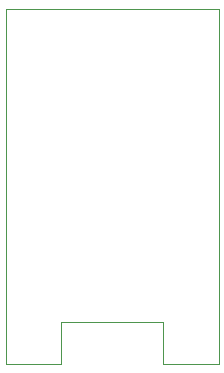
<source format=gbr>
%TF.GenerationSoftware,KiCad,Pcbnew,7.0.9*%
%TF.CreationDate,2023-12-16T11:51:24+08:00*%
%TF.ProjectId,iPico,69506963-6f2e-46b6-9963-61645f706362,rev?*%
%TF.SameCoordinates,Original*%
%TF.FileFunction,Profile,NP*%
%FSLAX46Y46*%
G04 Gerber Fmt 4.6, Leading zero omitted, Abs format (unit mm)*
G04 Created by KiCad (PCBNEW 7.0.9) date 2023-12-16 11:51:24*
%MOMM*%
%LPD*%
G01*
G04 APERTURE LIST*
%TA.AperFunction,Profile*%
%ADD10C,0.100000*%
%TD*%
G04 APERTURE END LIST*
D10*
X104300000Y-111510000D02*
X104300000Y-115010000D01*
X91000000Y-115010000D02*
X91000000Y-85010000D01*
X91000000Y-85010000D02*
X109000000Y-85010000D01*
X109000000Y-115010000D02*
X104300000Y-115010000D01*
X91000000Y-115010000D02*
X95700000Y-115010000D01*
X109000000Y-85010000D02*
X109000000Y-115010000D01*
X95700000Y-111510000D02*
X104300000Y-111510000D01*
X95700000Y-115010000D02*
X95700000Y-111510000D01*
M02*

</source>
